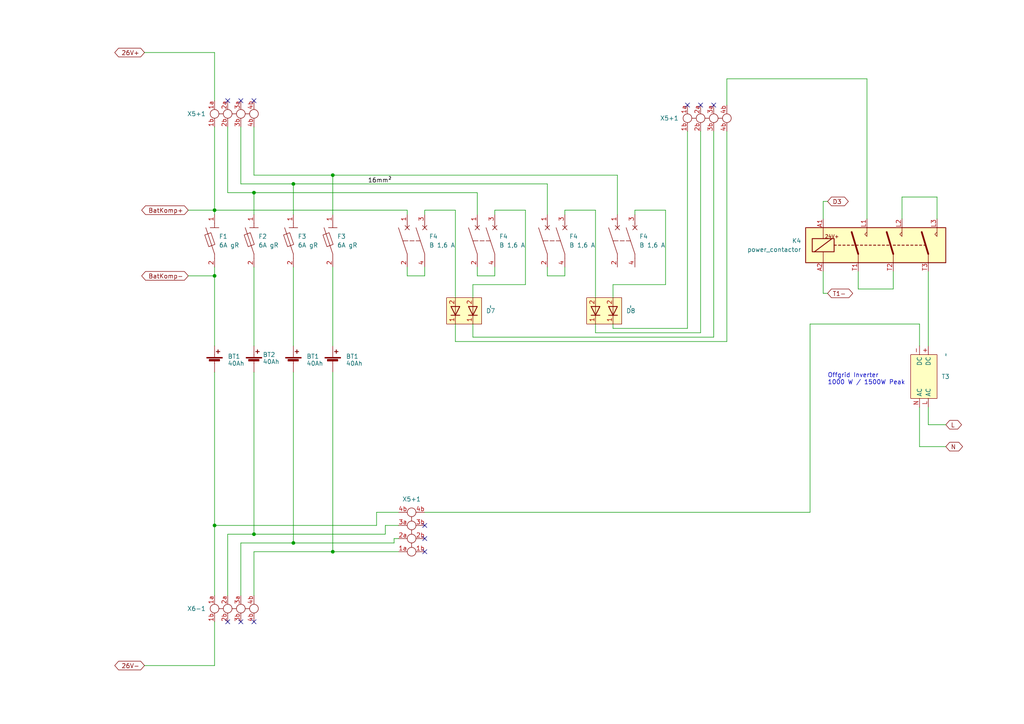
<source format=kicad_sch>
(kicad_sch (version 20230121) (generator eeschema)
  (paper "A4")
  (title_block (title "Offgrid Batterienetzwerk") (date "2024-02-05") (rev "2.1"))
  (lib_symbols
    (symbol "AlexLib:Reihenklemme_4-pol"
      (property "Reference" "X2+" (at -11.43 -8.8899 0))
      (symbol "Reihenklemme_4-pol_0_1"
        (circle (center -8.89 -10.16) (radius 1.27))
        (circle (center -5.08 -10.16) (radius 1.27))
        (circle (center -1.27 -10.16) (radius 1.27))
        (polyline (pts (xy -7.62 -10.16) (xy -6.35 -10.16)))
        (polyline (pts (xy -3.81 -10.16) (xy -2.54 -10.16)))
        (polyline (pts (xy 0 -10.16) (xy 1.27 -10.16)))
        (circle (center 2.54 -10.16) (radius 1.27))
      )
      (symbol "Reihenklemme_4-pol_1_1"
        (pin passive line (at -8.89 -6.35 270) (length 2.54) (name "") (number "1a"))
        (pin passive line (at -8.89 -13.97 90) (length 2.54) (name "") (number "1b"))
        (pin passive line (at -5.08 -6.35 270) (length 2.54) (name "") (number "2a"))
        (pin passive line (at -5.08 -13.97 90) (length 2.54) (name "") (number "2b"))
        (pin passive line (at -1.27 -6.35 270) (length 2.54) (name "") (number "3a"))
        (pin passive line (at -1.27 -13.97 90) (length 2.54) (name "") (number "3b"))
        (pin passive line (at 2.54 -13.97 90) (length 2.54) (name "") (number "4b"))
        (pin passive line (at 2.54 -6.35 270) (length 2.54) (name "") (number "4b"))
      )
    )
    (symbol "AlexLib:Sicherungstrennschalter 1 polig"
      (property "Reference" "F" (at 0 0 0))
      (property "Value" "Sicherungstrennschalter 1 polig" (at 0 0 0))
      (symbol "Sicherungstrennschalter 1 polig_0_1"
        (polyline (pts (xy -1.27 -11.43) (xy 1.27 -11.43)))
        (polyline (pts (xy 0 -19.05) (xy -2.54 -11.43)))
        (polyline (pts (xy -2.0066 -13.2334) (xy -2.8448 -13.5382) (xy -1.6764 -16.9418) (xy -0.8128 -16.6116)))
        (polyline (pts (xy -0.7366 -16.5862) (xy 0.1016 -16.2814) (xy -1.0668 -12.8778) (xy -1.9304 -13.208)))
      )
      (symbol "Sicherungstrennschalter 1 polig_1_1"
        (polyline (pts (xy 0 -19.05) (xy 0 -20.32)))
        (polyline (pts (xy 0 -10.16) (xy 0 -11.43)))
        (pin passive line (at 0 -7.62 270) (length 2.54) (name "~") (number "1"))
        (pin passive line (at 0 -22.86 90) (length 2.54) (name "~") (number "2"))
      )
    )
    (symbol "Alexander Tonn:DATABOUS_Microinverter"
      (property "Reference" "T" (at 0 0 0))
      (symbol "DATABOUS_Microinverter_1_1"
        (rectangle (start 0 -2.54) (end 12.7 -10.16) (fill (type background)))
        (pin power_in line (at -2.54 -5.08 0) (length 2.54) (name "DC") (number "+"))
        (pin power_in line (at -2.54 -7.62 0) (length 2.54) (name "DC") (number "-"))
        (pin power_out line (at 15.24 -5.08 180) (length 2.54) (name "AC") (number "L"))
        (pin power_out line (at 15.24 -7.62 180) (length 2.54) (name "AC") (number "N"))
      )
    )
    (symbol "Alexander Tonn:IXYS_DSEI2x61-02A"
      (property "Reference" "D" (at 0 0 0))
      (symbol "IXYS_DSEI2x61-02A_0_1"
        (polyline (pts (xy 0 -10.16) (xy 2.54 -10.16)))
        (polyline (pts (xy 0 -5.08) (xy 2.54 -5.08)))
        (polyline (pts (xy 2.54 -11.43) (xy 2.54 -8.89)) (stroke (width 0.254)))
        (polyline (pts (xy 2.54 -6.35) (xy 2.54 -3.81)) (stroke (width 0.254)))
        (polyline (pts (xy 0 -11.43) (xy 0 -8.89) (xy 2.54 -10.16) (xy 0 -11.43)) (stroke (width 0.254)))
        (polyline (pts (xy 0 -6.35) (xy 0 -3.81) (xy 2.54 -5.08) (xy 0 -6.35)) (stroke (width 0.254)))
      )
      (symbol "IXYS_DSEI2x61-02A_1_1"
        (rectangle (start -2.54 -2.54) (end 5.08 -12.7) (fill (type background)))
        (pin passive line (at 5.08 -10.16 180) (length 2.54) (name "") (number "1"))
        (pin passive line (at 5.08 -5.08 180) (length 2.54) (name "") (number "1"))
        (pin passive line (at -2.54 -10.16 0) (length 2.54) (name "") (number "2"))
        (pin passive line (at -2.54 -5.08 0) (length 2.54) (name "") (number "2"))
      )
    )
    (symbol "Alexander Tonn:power_contactor"
      (property "Reference" "K" (at 0 1.27 0))
      (property "Value" "power_contactor" (at 0 0 0))
      (symbol "power_contactor_0_0"
        (text "24V+" (at 16.51 6.35 0) (effects (font (size 1 1))))
      )
      (symbol "power_contactor_0_1"
        (polyline (pts (xy 11.43 1.905) (xy 16.51 5.715)) (stroke (width 0.254)))
        (polyline (pts (xy 13.97 -1.27) (xy 13.97 1.905)))
        (polyline (pts (xy 13.97 8.89) (xy 13.97 5.715)))
        (polyline (pts (xy 17.145 3.81) (xy 17.78 3.81)) (stroke (width 0.254)))
        (polyline (pts (xy 18.415 3.81) (xy 19.05 3.81)) (stroke (width 0.254)))
        (polyline (pts (xy 19.685 3.81) (xy 20.32 3.81)) (stroke (width 0.254)))
        (polyline (pts (xy 20.955 3.81) (xy 21.59 3.81)) (stroke (width 0.254)))
        (polyline (pts (xy 22.225 3.81) (xy 22.86 3.81)) (stroke (width 0.254)))
        (polyline (pts (xy 23.495 3.81) (xy 24.13 3.81)) (stroke (width 0.254)))
        (polyline (pts (xy 24.13 1.27) (xy 22.225 7.62)) (stroke (width 0.508)))
        (polyline (pts (xy 24.13 1.27) (xy 24.13 -1.27)))
        (polyline (pts (xy 24.765 3.81) (xy 25.4 3.81)) (stroke (width 0.254)))
        (polyline (pts (xy 26.035 3.81) (xy 26.67 3.81)) (stroke (width 0.254)))
        (polyline (pts (xy 27.305 3.81) (xy 27.94 3.81)) (stroke (width 0.254)))
        (polyline (pts (xy 28.575 3.81) (xy 29.21 3.81)) (stroke (width 0.254)))
        (polyline (pts (xy 29.845 3.81) (xy 30.48 3.81)) (stroke (width 0.254)))
        (polyline (pts (xy 31.115 3.81) (xy 31.75 3.81)) (stroke (width 0.254)))
        (polyline (pts (xy 32.385 3.81) (xy 33.02 3.81)) (stroke (width 0.254)))
        (polyline (pts (xy 34.29 1.27) (xy 32.385 7.62)) (stroke (width 0.508)))
        (polyline (pts (xy 34.29 1.27) (xy 34.29 -1.27)))
        (polyline (pts (xy 34.29 3.81) (xy 34.925 3.81)) (stroke (width 0.254)))
        (polyline (pts (xy 35.56 3.81) (xy 36.195 3.81)) (stroke (width 0.254)))
        (polyline (pts (xy 36.83 3.81) (xy 37.465 3.81)) (stroke (width 0.254)))
        (polyline (pts (xy 38.1 3.81) (xy 38.735 3.81)) (stroke (width 0.254)))
        (polyline (pts (xy 39.37 3.81) (xy 40.005 3.81)) (stroke (width 0.254)))
        (polyline (pts (xy 40.64 3.81) (xy 41.275 3.81)) (stroke (width 0.254)))
        (polyline (pts (xy 41.91 3.81) (xy 42.545 3.81)) (stroke (width 0.254)))
        (polyline (pts (xy 43.18 3.81) (xy 43.815 3.81)) (stroke (width 0.254)))
        (polyline (pts (xy 44.45 1.27) (xy 42.545 7.62)) (stroke (width 0.508)))
        (polyline (pts (xy 44.45 1.27) (xy 44.45 -1.27)))
        (polyline (pts (xy 26.67 8.89) (xy 26.67 6.35) (xy 26.035 6.985) (xy 26.67 7.62)))
        (polyline (pts (xy 36.83 8.89) (xy 36.83 6.35) (xy 36.195 6.985) (xy 36.83 7.62)))
        (polyline (pts (xy 46.99 8.89) (xy 46.99 6.35) (xy 46.355 6.985) (xy 46.99 7.62)))
        (rectangle (start 8.89 8.89) (end 49.53 -1.27) (stroke (width 0.254)) (fill (type background)))
        (rectangle (start 10.795 5.715) (end 17.145 1.905) (stroke (width 0.254)))
      )
      (symbol "power_contactor_1_1"
        (pin passive line (at 13.97 11.43 270) (length 2.54) (name "~") (number "A1"))
        (pin passive line (at 13.97 -3.81 90) (length 2.54) (name "~") (number "A2"))
        (pin passive line (at 26.67 11.43 270) (length 2.54) (name "~") (number "L1"))
        (pin passive line (at 36.83 11.43 270) (length 2.54) (name "~") (number "L2"))
        (pin passive line (at 46.99 11.43 270) (length 2.54) (name "~") (number "L3"))
        (pin passive line (at 24.13 -3.81 90) (length 2.54) (name "~") (number "T1"))
        (pin passive line (at 34.29 -3.81 90) (length 2.54) (name "~") (number "T2"))
        (pin passive line (at 44.45 -3.81 90) (length 2.54) (name "~") (number "T3"))
      )
    )
    (symbol "Device:Battery_Cell" (pin_numbers hide) (pin_names (offset 0) hide)
      (property "Reference" "BT" (at 2.54 2.54 0))
      (property "Value" "Battery_Cell" (at 2.54 0 0))
      (symbol "Battery_Cell_0_1"
        (rectangle (start -2.286 1.778) (end 2.286 1.524) (fill (type outline)))
        (rectangle (start -1.5748 1.1938) (end 1.4732 0.6858) (fill (type outline)))
        (polyline (pts (xy 0 0.762) (xy 0 0)))
        (polyline (pts (xy 0 1.778) (xy 0 2.54)))
        (polyline (pts (xy 0.508 3.429) (xy 1.524 3.429)) (stroke (width 0.254)))
        (polyline (pts (xy 1.016 3.937) (xy 1.016 2.921)) (stroke (width 0.254)))
      )
      (symbol "Battery_Cell_1_1"
        (pin passive line (at 0 5.08 270) (length 2.54) (name "+") (number "1"))
        (pin passive line (at 0 -2.54 90) (length 2.54) (name "-") (number "2"))
      )
    )
    (symbol "Device:CircuitBreaker_2P"
      (property "Reference" "CB" (at 3.81 0 0))
      (property "Value" "CircuitBreaker_2P" (at 3.81 2.54 0))
      (symbol "CircuitBreaker_2P_0_1"
        (polyline (pts (xy -3.81 0) (xy -2.286 0)))
        (polyline (pts (xy -2.54 -3.81) (xy -5.08 3.81)))
        (polyline (pts (xy -1.778 0) (xy -0.508 0)))
        (polyline (pts (xy 0 0) (xy 1.27 0)))
        (polyline (pts (xy 2.54 -5.08) (xy 2.54 -3.81)))
        (polyline (pts (xy 2.54 -3.81) (xy 0 3.81)))
      )
      (symbol "CircuitBreaker_2P_1_1"
        (polyline (pts (xy -3.175 4.445) (xy -1.905 3.175)))
        (polyline (pts (xy -2.54 -3.81) (xy -2.54 -5.08)))
        (polyline (pts (xy -2.54 5.08) (xy -2.54 3.81)))
        (polyline (pts (xy -1.905 4.445) (xy -3.175 3.175)))
        (polyline (pts (xy 1.905 4.445) (xy 3.175 3.175)))
        (polyline (pts (xy 2.54 5.08) (xy 2.54 3.81)))
        (polyline (pts (xy 3.175 4.445) (xy 1.905 3.175)))
        (pin passive line (at -2.54 7.62 270) (length 2.54) (name "~") (number "1"))
        (pin passive line (at -2.54 -7.62 90) (length 2.54) (name "~") (number "2"))
        (pin passive line (at 2.54 7.62 270) (length 2.54) (name "~") (number "3"))
        (pin passive line (at 2.54 -7.62 90) (length 2.54) (name "~") (number "4"))
      )
    )
  )
  (junction (at 96.52 160.02))
  (junction (at 85.09 157.48))
  (junction (at 96.52 50.8))
  (junction (at 73.66 55.88))
  (junction (at 62.23 60.96))
  (junction (at 73.66 154.94))
  (junction (at 62.23 152.4))
  (junction (at 85.09 53.34))
  (junction (at 62.23 80.01))
  (no_connect (at 73.66 180.34))
  (no_connect (at 123.19 156.21))
  (no_connect (at 66.04 180.34))
  (no_connect (at 69.85 29.21))
  (no_connect (at 199.39 30.48))
  (no_connect (at 123.19 152.4))
  (no_connect (at 207.01 30.48))
  (no_connect (at 203.2 30.48))
  (no_connect (at 123.19 160.02))
  (no_connect (at 73.66 29.21))
  (no_connect (at 69.85 180.34))
  (no_connect (at 66.04 29.21))
  (wire (pts (xy 132.08 93.98) (xy 132.08 99.06)))
  (wire (pts (xy 143.51 80.01) (xy 143.51 77.47)))
  (wire (pts (xy 179.07 50.8) (xy 96.52 50.8)))
  (wire (pts (xy 207.01 97.79) (xy 207.01 38.1)))
  (wire (pts (xy 123.19 60.96) (xy 132.08 60.96)))
  (wire (pts (xy 62.23 193.04) (xy 62.23 180.34)))
  (wire (pts (xy 259.08 83.82) (xy 259.08 78.74)))
  (wire (pts (xy 85.09 53.34) (xy 158.75 53.34)))
  (wire (pts (xy 184.15 62.23) (xy 184.15 60.96)))
  (wire (pts (xy 271.78 57.15) (xy 271.78 63.5)))
  (wire (pts (xy 137.16 93.98) (xy 137.16 97.79)))
  (wire (pts (xy 118.11 62.23) (xy 118.11 60.96)))
  (wire (pts (xy 274.32 129.54) (xy 266.7 129.54)))
  (wire (pts (xy 163.83 60.96) (xy 163.83 62.23)))
  (wire (pts (xy 138.43 77.47) (xy 138.43 80.01)))
  (wire (pts (xy 62.23 15.24) (xy 62.23 29.21)))
  (wire (pts (xy 251.46 22.86) (xy 251.46 63.5)))
  (wire (pts (xy 114.3 156.21) (xy 114.3 157.48)))
  (wire (pts (xy 261.62 57.15) (xy 271.78 57.15)))
  (wire (pts (xy 96.52 160.02) (xy 115.57 160.02)))
  (wire (pts (xy 210.82 30.48) (xy 210.82 22.86)))
  (wire (pts (xy 177.8 82.55) (xy 177.8 86.36)))
  (wire (pts (xy 177.8 93.98) (xy 177.8 95.25)))
  (wire (pts (xy 137.16 97.79) (xy 207.01 97.79)))
  (wire (pts (xy 152.4 60.96) (xy 152.4 82.55)))
  (wire (pts (xy 41.91 15.24) (xy 62.23 15.24)))
  (wire (pts (xy 199.39 95.25) (xy 199.39 38.1)))
  (wire (pts (xy 163.83 60.96) (xy 172.72 60.96)))
  (wire (pts (xy 172.72 93.98) (xy 172.72 96.52)))
  (wire (pts (xy 54.61 60.96) (xy 62.23 60.96)))
  (wire (pts (xy 172.72 60.96) (xy 172.72 86.36)))
  (wire (pts (xy 158.75 77.47) (xy 158.75 80.01)))
  (wire (pts (xy 73.66 62.23) (xy 73.66 55.88)))
  (wire (pts (xy 109.22 148.59) (xy 109.22 152.4)))
  (wire (pts (xy 62.23 60.96) (xy 62.23 62.23)))
  (wire (pts (xy 96.52 62.23) (xy 96.52 50.8)))
  (wire (pts (xy 118.11 60.96) (xy 62.23 60.96)))
  (wire (pts (xy 96.52 160.02) (xy 73.66 160.02)))
  (wire (pts (xy 193.04 60.96) (xy 193.04 82.55)))
  (wire (pts (xy 137.16 82.55) (xy 137.16 86.36)))
  (wire (pts (xy 62.23 152.4) (xy 62.23 172.72)))
  (wire (pts (xy 266.7 129.54) (xy 266.7 118.11)))
  (wire (pts (xy 238.76 78.74) (xy 238.76 85.09)))
  (wire (pts (xy 69.85 157.48) (xy 69.85 172.72)))
  (wire (pts (xy 85.09 77.47) (xy 85.09 100.33)))
  (wire (pts (xy 85.09 62.23) (xy 85.09 53.34)))
  (wire (pts (xy 152.4 82.55) (xy 137.16 82.55)))
  (wire (pts (xy 96.52 77.47) (xy 96.52 100.33)))
  (wire (pts (xy 73.66 50.8) (xy 73.66 36.83)))
  (wire (pts (xy 62.23 80.01) (xy 62.23 100.33)))
  (wire (pts (xy 132.08 99.06) (xy 210.82 99.06)))
  (wire (pts (xy 66.04 36.83) (xy 66.04 55.88)))
  (wire (pts (xy 210.82 22.86) (xy 251.46 22.86)))
  (wire (pts (xy 114.3 157.48) (xy 85.09 157.48)))
  (wire (pts (xy 179.07 62.23) (xy 179.07 50.8)))
  (wire (pts (xy 238.76 85.09) (xy 240.03 85.09)))
  (wire (pts (xy 73.66 77.47) (xy 73.66 100.33)))
  (wire (pts (xy 266.7 93.98) (xy 234.95 93.98)))
  (wire (pts (xy 123.19 62.23) (xy 123.19 60.96)))
  (wire (pts (xy 73.66 55.88) (xy 66.04 55.88)))
  (wire (pts (xy 172.72 96.52) (xy 203.2 96.52)))
  (wire (pts (xy 96.52 107.95) (xy 96.52 160.02)))
  (wire (pts (xy 234.95 93.98) (xy 234.95 148.59)))
  (wire (pts (xy 115.57 152.4) (xy 111.76 152.4)))
  (wire (pts (xy 248.92 78.74) (xy 248.92 83.82)))
  (wire (pts (xy 73.66 160.02) (xy 73.66 172.72)))
  (wire (pts (xy 111.76 152.4) (xy 111.76 154.94)))
  (wire (pts (xy 248.92 83.82) (xy 259.08 83.82)))
  (wire (pts (xy 96.52 50.8) (xy 73.66 50.8)))
  (wire (pts (xy 62.23 152.4) (xy 109.22 152.4)))
  (wire (pts (xy 62.23 77.47) (xy 62.23 80.01)))
  (wire (pts (xy 123.19 77.47) (xy 123.19 80.01)))
  (wire (pts (xy 138.43 80.01) (xy 143.51 80.01)))
  (wire (pts (xy 163.83 80.01) (xy 163.83 77.47)))
  (wire (pts (xy 274.32 123.19) (xy 269.24 123.19)))
  (wire (pts (xy 143.51 62.23) (xy 143.51 60.96)))
  (wire (pts (xy 138.43 62.23) (xy 138.43 55.88)))
  (wire (pts (xy 261.62 63.5) (xy 261.62 57.15)))
  (wire (pts (xy 138.43 55.88) (xy 73.66 55.88)))
  (wire (pts (xy 266.7 100.33) (xy 266.7 93.98)))
  (wire (pts (xy 177.8 95.25) (xy 199.39 95.25)))
  (wire (pts (xy 184.15 60.96) (xy 193.04 60.96)))
  (wire (pts (xy 238.76 63.5) (xy 238.76 58.42)))
  (wire (pts (xy 85.09 53.34) (xy 69.85 53.34)))
  (wire (pts (xy 62.23 107.95) (xy 62.23 152.4)))
  (wire (pts (xy 69.85 53.34) (xy 69.85 36.83)))
  (wire (pts (xy 118.11 77.47) (xy 118.11 80.01)))
  (wire (pts (xy 269.24 123.19) (xy 269.24 118.11)))
  (wire (pts (xy 69.85 157.48) (xy 85.09 157.48)))
  (wire (pts (xy 158.75 62.23) (xy 158.75 53.34)))
  (wire (pts (xy 115.57 156.21) (xy 114.3 156.21)))
  (wire (pts (xy 62.23 36.83) (xy 62.23 60.96)))
  (wire (pts (xy 269.24 78.74) (xy 269.24 100.33)))
  (wire (pts (xy 73.66 154.94) (xy 111.76 154.94)))
  (wire (pts (xy 158.75 80.01) (xy 163.83 80.01)))
  (wire (pts (xy 66.04 154.94) (xy 73.66 154.94)))
  (wire (pts (xy 66.04 154.94) (xy 66.04 172.72)))
  (wire (pts (xy 85.09 107.95) (xy 85.09 157.48)))
  (wire (pts (xy 132.08 60.96) (xy 132.08 86.36)))
  (wire (pts (xy 234.95 148.59) (xy 123.19 148.59)))
  (wire (pts (xy 115.57 148.59) (xy 109.22 148.59)))
  (wire (pts (xy 143.51 60.96) (xy 152.4 60.96)))
  (wire (pts (xy 203.2 38.1) (xy 203.2 96.52)))
  (wire (pts (xy 41.91 193.04) (xy 62.23 193.04)))
  (wire (pts (xy 238.76 58.42) (xy 240.03 58.42)))
  (wire (pts (xy 177.8 82.55) (xy 193.04 82.55)))
  (wire (pts (xy 54.61 80.01) (xy 62.23 80.01)))
  (wire (pts (xy 118.11 80.01) (xy 123.19 80.01)))
  (wire (pts (xy 73.66 107.95) (xy 73.66 154.94)))
  (wire (pts (xy 210.82 99.06) (xy 210.82 38.1)))
  (text "Offgrid Inverter\n1000 W / 1500W Peak" (at 240.03 111.76 0) (effects (font (size 1.27 1.27)) (justify left bottom)))
  (label "16mm²" (at 106.68 53.34 0))
  (global_label "L" (shape bidirectional) (at 274.32 123.19 0) (property "Intersheetrefs" "${INTERSHEET_REFS}" (at 279.4446 123.19 0) (effects (justify left))))
  (global_label "BatKomp+" (shape bidirectional) (at 54.61 60.96 180) (property "Intersheetrefs" "${INTERSHEET_REFS}" (at 40.5351 60.96 0) (effects (justify right))))
  (global_label "BatKomp-" (shape bidirectional) (at 54.61 80.01 180) (property "Intersheetrefs" "${INTERSHEET_REFS}" (at 40.5351 80.01 0) (effects (justify right))))
  (global_label "26V-" (shape bidirectional) (at 41.91 193.04 180) (property "Intersheetrefs" "${INTERSHEET_REFS}" (at 32.7335 193.04 0) (effects (justify right))))
  (global_label "26V+" (shape bidirectional) (at 41.91 15.24 180) (property "Intersheetrefs" "${INTERSHEET_REFS}" (at 32.7335 15.24 0) (effects (justify right))))
  (global_label "N" (shape bidirectional) (at 274.32 129.54 0) (property "Intersheetrefs" "${INTERSHEET_REFS}" (at 279.747 129.54 0) (effects (justify left))))
  (global_label "T1-" (shape bidirectional) (at 240.03 85.09 0) (property "Intersheetrefs" "${INTERSHEET_REFS}" (at 247.876 85.09 0) (effects (justify left))) (property "Referenzen zwischen Schaltplänen" "${INTERSHEET_REFS}" (effects hide)))
  (global_label "D3" (shape bidirectional) (at 240.03 58.42 0) (property "Intersheetrefs" "${INTERSHEET_REFS}" (at 246.606 58.42 0) (effects (justify left))) (property "Referenzen zwischen Schaltplänen" "${INTERSHEET_REFS}" (effects hide)))
  (symbol (lib_id "Alexander Tonn:IXYS_DSEI2x61-02A") (at 142.24 88.9 270) (unit 1)
    (property "Reference" "D7" (at 140.97 90.17 90) (effects (justify left)))
    (property "Value" "~" (at 142.24 88.9 0))
    (property "Datasheet" "https://www.mouser.de/datasheet/2/240/media-3320489.pdf" (effects hide))
  )
  (symbol (lib_id "Device:Battery_Cell") (at 96.52 105.41 0) (unit 1)
    (property "Reference" "BT1" (at 100.33 103.3779 0) (effects (justify left)))
    (property "Value" "40Ah" (at 100.33 105.41 0) (effects (justify left)))
    (property "Datasheet" "https://www.autobatterienbilliger.de/mediafiles/Datenblatt/accurat/Traction-LFP/Accurat-Traction-LFP-25-6V-T40-DE.pdf" (effects hide))
    (instances (project "SolarPowerhouse" (path "" (reference "BT1") (unit 1)) (path "" (reference "BT4") (unit 1))))
  )
  (symbol (lib_id "AlexLib:Sicherungstrennschalter 1 polig") (at 73.66 54.61 0) (unit 1)
    (property "Reference" "F2" (at 74.93 68.58 0) (effects (justify left)))
    (property "Value" "6A gR" (at 74.93 71.12 0) (effects (justify left)))
    (property "Datasheet" "https://www.schutzschalter-online.de/produkte/sicherungssysteme-lasttrennschalter-sicherungen-sicherungshalter/lasttrennschalter-fuer-zylindrische-sicherungen/opvp10-lasttrennschalter-fuer-10x38mm-sicherungen.html" (effects hide))
    (instances (project "SolarPowerhouse" (path "" (reference "F2") (unit 1)) (path "" (reference "F6") (unit 1))))
  )
  (symbol (lib_id "AlexLib:Reihenklemme_4-pol") (at 71.12 22.86 0) (unit 1)
    (property "Reference" "X5+1" (at 59.69 33.02 0) (effects (justify right)))
    (property "Value" "Reihenklemme_4-pol" (effects hide))
    (instances (project "SolarPowerhouse" (path "" (reference "X5+1") (unit 1)) (path "" (reference "X5") (unit 1))))
  )
  (symbol (lib_id "AlexLib:Reihenklemme_4-pol") (at 109.22 151.13 90) (unit 1)
    (property "Reference" "X5+1" (at 119.38 144.78 90))
    (property "Value" "Reihenklemme_4-pol" (effects hide))
    (instances (project "SolarPowerhouse" (path "" (reference "X5+1") (unit 1)) (path "" (reference "X8") (unit 1))))
  )
  (symbol (lib_id "AlexLib:Sicherungstrennschalter 1 polig") (at 85.09 54.61 0) (unit 1)
    (property "Reference" "F3" (at 86.36 68.58 0) (effects (justify left)))
    (property "Value" "6A gR" (at 86.36 71.12 0) (effects (justify left)))
    (property "Datasheet" "https://www.schutzschalter-online.de/produkte/sicherungssysteme-lasttrennschalter-sicherungen-sicherungshalter/lasttrennschalter-fuer-zylindrische-sicherungen/opvp10-lasttrennschalter-fuer-10x38mm-sicherungen.html" (effects hide))
    (instances (project "SolarPowerhouse" (path "" (reference "F3") (unit 1)) (path "" (reference "F7") (unit 1))))
  )
  (symbol (lib_id "Device:CircuitBreaker_2P") (at 181.61 69.85 0) (unit 1)
    (property "Reference" "F4" (at 185.42 68.58 0) (effects (justify left)))
    (property "Value" "B 1,6 A" (at 185.42 71.12 0) (effects (justify left)))
    (property "Datasheet" "https://www.conrad.de/de/p/chint-179647-nb1-63-2p-b25-6ka-db-leitungsschutzschalter-2polig-25-a-240-v-415-v-2525059.html" (effects hide))
    (instances (project "SolarPowerhouse" (path "" (reference "F4") (unit 1)) (path "" (reference "F12") (unit 1))))
  )
  (symbol (lib_id "AlexLib:Reihenklemme_4-pol") (at 71.12 166.37 0) (unit 1)
    (property "Reference" "X6-1" (at 59.69 176.5299 0) (effects (justify right)))
    (property "Value" "Reihenklemme_4-pol" (effects hide))
    (instances (project "SolarPowerhouse" (path "" (reference "X6-1") (unit 1)) (path "" (reference "X6") (unit 1))))
  )
  (symbol (lib_id "Device:Battery_Cell") (at 85.09 105.41 0) (unit 1)
    (property "Reference" "BT1" (at 88.9 103.3779 0) (effects (justify left)))
    (property "Value" "40Ah" (at 88.9 105.41 0) (effects (justify left)))
    (property "Datasheet" "https://www.autobatterienbilliger.de/mediafiles/Datenblatt/accurat/Traction-LFP/Accurat-Traction-LFP-25-6V-T40-DE.pdf" (effects hide))
    (instances (project "SolarPowerhouse" (path "" (reference "BT1") (unit 1)) (path "" (reference "BT3") (unit 1))))
  )
  (symbol (lib_id "Device:Battery_Cell") (at 62.23 105.41 0) (unit 1)
    (property "Reference" "BT1" (at 66.04 103.3779 0) (effects (justify left)))
    (property "Value" "40Ah" (at 66.04 105.41 0) (effects (justify left)))
    (property "Datasheet" "https://www.autobatterienbilliger.de/mediafiles/Datenblatt/accurat/Traction-LFP/Accurat-Traction-LFP-25-6V-T40-DE.pdf" (effects hide))
  )
  (symbol (lib_id "Device:CircuitBreaker_2P") (at 161.29 69.85 0) (unit 1)
    (property "Reference" "F4" (at 165.1 68.58 0) (effects (justify left)))
    (property "Value" "B 1,6 A" (at 165.1 71.12 0) (effects (justify left)))
    (property "Datasheet" "https://www.conrad.de/de/p/chint-179647-nb1-63-2p-b25-6ka-db-leitungsschutzschalter-2polig-25-a-240-v-415-v-2525059.html" (effects hide))
    (instances (project "SolarPowerhouse" (path "" (reference "F4") (unit 1)) (path "" (reference "F11") (unit 1))))
  )
  (symbol (lib_id "Alexander Tonn:power_contactor") (at 224.79 74.93 0) (unit 1)
    (property "Reference" "K4" (at 232.41 69.85 0) (effects (justify right)))
    (property "Value" "power_contactor" (at 232.41 72.39 0) (effects (justify right)))
  )
  (symbol (lib_id "Alexander Tonn:DATABOUS_Microinverter") (at 274.32 102.87 270) (unit 1)
    (property "Reference" "T3" (at 273.05 109.22 90) (effects (justify left)))
    (property "Value" "~" (at 274.32 102.87 0))
    (property "Datasheet" "https://www.xdatou.com/datouboss-12v-24v-36v-48v-60vdc-psw-1000w-1500w-2000w-3000watt-orange-product/" (effects hide))
  )
  (symbol (lib_id "Device:Battery_Cell") (at 73.66 105.41 0) (unit 1)
    (property "Reference" "BT2" (at 76.2 102.87 0) (effects (justify left)))
    (property "Value" "40Ah" (at 76.2 104.9021 0) (effects (justify left)))
    (property "Datasheet" "https://www.autobatterienbilliger.de/mediafiles/Datenblatt/accurat/Traction-LFP/Accurat-Traction-LFP-25-6V-T40-DE.pdf" (effects hide))
  )
  (symbol (lib_id "Alexander Tonn:IXYS_DSEI2x61-02A") (at 182.88 88.9 270) (unit 1)
    (property "Reference" "D8" (at 181.61 90.17 90) (effects (justify left)))
    (property "Value" "~" (at 182.88 88.9 0))
    (property "Datasheet" "https://www.mouser.de/datasheet/2/240/media-3320489.pdf" (effects hide))
  )
  (symbol (lib_id "AlexLib:Sicherungstrennschalter 1 polig") (at 62.23 54.61 0) (unit 1)
    (property "Reference" "F1" (at 63.5 68.58 0) (effects (justify left)))
    (property "Value" "6A gR" (at 63.5 71.12 0) (effects (justify left)))
    (property "Datasheet" "https://www.schutzschalter-online.de/produkte/sicherungssysteme-lasttrennschalter-sicherungen-sicherungshalter/lasttrennschalter-fuer-zylindrische-sicherungen/opvp10-lasttrennschalter-fuer-10x38mm-sicherungen.html" (effects hide))
    (instances (project "SolarPowerhouse" (path "" (reference "F1") (unit 1)) (path "" (reference "F5") (unit 1))))
  )
  (symbol (lib_id "AlexLib:Sicherungstrennschalter 1 polig") (at 96.52 54.61 0) (unit 1)
    (property "Reference" "F3" (at 97.79 68.58 0) (effects (justify left)))
    (property "Value" "6A gR" (at 97.79 71.12 0) (effects (justify left)))
    (property "Datasheet" "https://www.schutzschalter-online.de/produkte/sicherungssysteme-lasttrennschalter-sicherungen-sicherungshalter/lasttrennschalter-fuer-zylindrische-sicherungen/opvp10-lasttrennschalter-fuer-10x38mm-sicherungen.html" (effects hide))
    (instances (project "SolarPowerhouse" (path "" (reference "F3") (unit 1)) (path "" (reference "F8") (unit 1))))
  )
  (symbol (lib_id "AlexLib:Reihenklemme_4-pol") (at 208.28 24.13 0) (unit 1)
    (property "Reference" "X5+1" (at 196.85 34.29 0) (effects (justify right)))
    (property "Value" "Reihenklemme_4-pol" (effects hide))
    (instances (project "SolarPowerhouse" (path "" (reference "X5+1") (unit 1)) (path "" (reference "X7") (unit 1))))
  )
  (symbol (lib_id "Device:CircuitBreaker_2P") (at 140.97 69.85 0) (unit 1)
    (property "Reference" "F4" (at 144.78 68.58 0) (effects (justify left)))
    (property "Value" "B 1,6 A" (at 144.78 71.12 0) (effects (justify left)))
    (property "Datasheet" "https://www.conrad.de/de/p/chint-179647-nb1-63-2p-b25-6ka-db-leitungsschutzschalter-2polig-25-a-240-v-415-v-2525059.html" (effects hide))
    (instances (project "SolarPowerhouse" (path "" (reference "F4") (unit 1)) (path "" (reference "F10") (unit 1))))
  )
  (symbol (lib_id "Device:CircuitBreaker_2P") (at 120.65 69.85 0) (unit 1)
    (property "Reference" "F4" (at 124.46 68.58 0) (effects (justify left)))
    (property "Value" "B 1,6 A" (at 124.46 71.12 0) (effects (justify left)))
    (property "Datasheet" "https://www.conrad.de/de/p/chint-179647-nb1-63-2p-b25-6ka-db-leitungsschutzschalter-2polig-25-a-240-v-415-v-2525059.html" (effects hide))
    (instances (project "SolarPowerhouse" (path "" (reference "F4") (unit 1)) (path "" (reference "F9") (unit 1))))
  )
)
</source>
